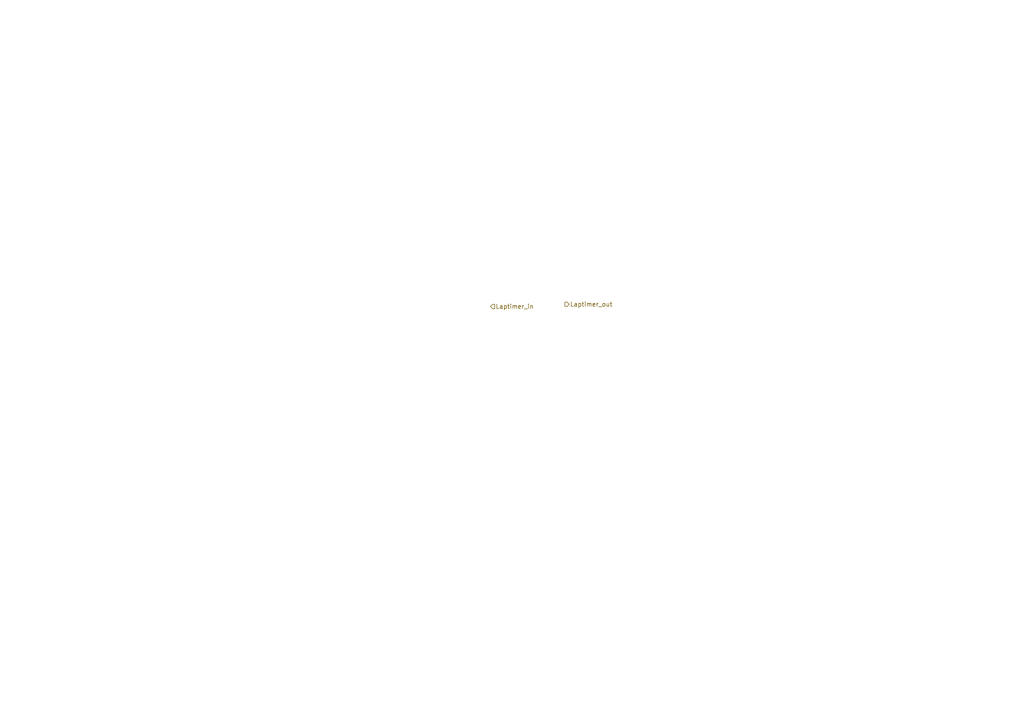
<source format=kicad_sch>
(kicad_sch (version 20230121) (generator eeschema)
  (paper "A4")
  (title_block (title "Laptimer") (date "2023-02-24") (rev "${REVISION}") (company "Author: Szymon Kostrubiec") (comment 1 "Reviewer:"))
  (lib_symbols)
  (hierarchical_label "Laptimer_in" (shape input) (at 142.24 88.9 0))
  (hierarchical_label "Laptimer_out" (shape output) (at 163.83 88.265 0))
)
</source>
